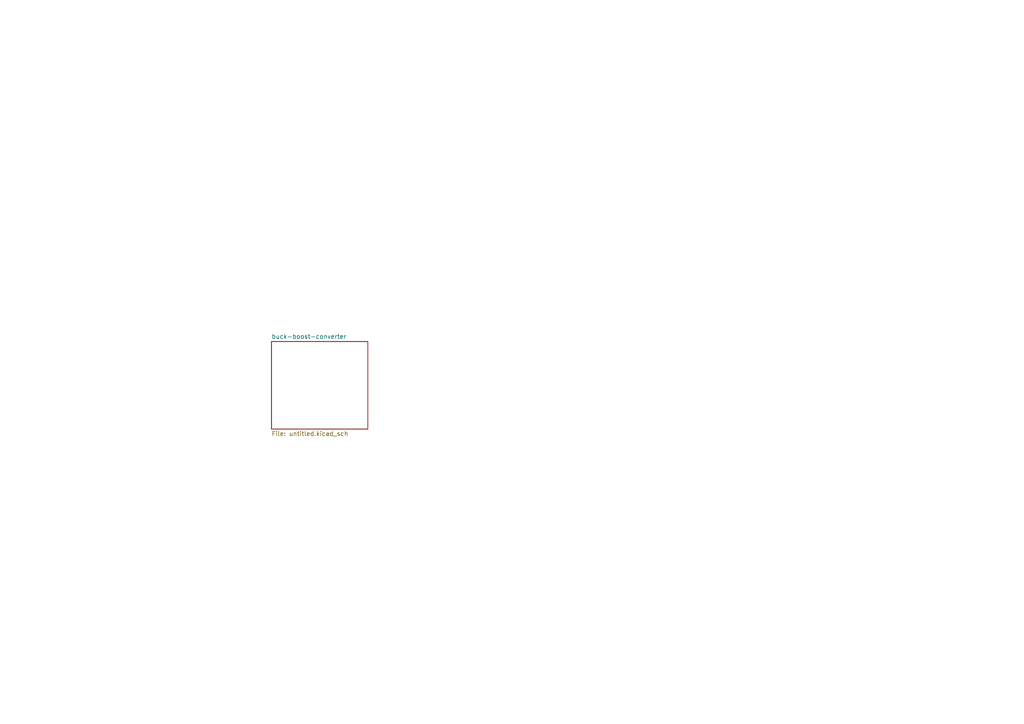
<source format=kicad_sch>
(kicad_sch
	(version 20250114)
	(generator "eeschema")
	(generator_version "9.0")
	(uuid "014d0a9d-9a13-4393-8b49-e13f042a77bc")
	(paper "A4")
	(lib_symbols)
	(sheet
		(at 78.74 99.06)
		(size 27.94 25.4)
		(exclude_from_sim no)
		(in_bom yes)
		(on_board yes)
		(dnp no)
		(fields_autoplaced yes)
		(stroke
			(width 0.1524)
			(type solid)
		)
		(fill
			(color 0 0 0 0.0000)
		)
		(uuid "15156db7-c46d-453f-8f3c-b346a57ab148")
		(property "Sheetname" "buck-boost-converter"
			(at 78.74 98.3484 0)
			(effects
				(font
					(size 1.27 1.27)
				)
				(justify left bottom)
			)
		)
		(property "Sheetfile" "untitled.kicad_sch"
			(at 78.74 125.0446 0)
			(effects
				(font
					(size 1.27 1.27)
				)
				(justify left top)
			)
		)
		(instances
			(project "buck-converter"
				(path "/014d0a9d-9a13-4393-8b49-e13f042a77bc"
					(page "2")
				)
			)
		)
	)
	(sheet_instances
		(path "/"
			(page "1")
		)
	)
	(embedded_fonts no)
)

</source>
